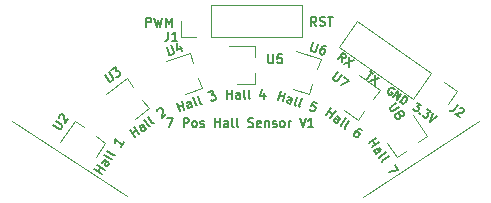
<source format=gbr>
G04 #@! TF.GenerationSoftware,KiCad,Pcbnew,(5.1.5)-3*
G04 #@! TF.CreationDate,2021-01-30T14:55:34-06:00*
G04 #@! TF.ProjectId,HallSensorSMD,48616c6c-5365-46e7-936f-72534d442e6b,rev?*
G04 #@! TF.SameCoordinates,Original*
G04 #@! TF.FileFunction,Legend,Top*
G04 #@! TF.FilePolarity,Positive*
%FSLAX46Y46*%
G04 Gerber Fmt 4.6, Leading zero omitted, Abs format (unit mm)*
G04 Created by KiCad (PCBNEW (5.1.5)-3) date 2021-01-30 14:55:34*
%MOMM*%
%LPD*%
G04 APERTURE LIST*
%ADD10C,0.120000*%
%ADD11C,0.139700*%
%ADD12C,0.133350*%
G04 APERTURE END LIST*
D10*
X119950000Y-63100000D02*
X110250000Y-56750000D01*
X139900000Y-63200000D02*
X149750000Y-56750000D01*
D11*
X123360542Y-56478714D02*
X123868542Y-56478714D01*
X123541971Y-57240714D01*
X124739400Y-57240714D02*
X124739400Y-56478714D01*
X125029685Y-56478714D01*
X125102257Y-56515000D01*
X125138542Y-56551285D01*
X125174828Y-56623857D01*
X125174828Y-56732714D01*
X125138542Y-56805285D01*
X125102257Y-56841571D01*
X125029685Y-56877857D01*
X124739400Y-56877857D01*
X125610257Y-57240714D02*
X125537685Y-57204428D01*
X125501400Y-57168142D01*
X125465114Y-57095571D01*
X125465114Y-56877857D01*
X125501400Y-56805285D01*
X125537685Y-56769000D01*
X125610257Y-56732714D01*
X125719114Y-56732714D01*
X125791685Y-56769000D01*
X125827971Y-56805285D01*
X125864257Y-56877857D01*
X125864257Y-57095571D01*
X125827971Y-57168142D01*
X125791685Y-57204428D01*
X125719114Y-57240714D01*
X125610257Y-57240714D01*
X126154542Y-57204428D02*
X126227114Y-57240714D01*
X126372257Y-57240714D01*
X126444828Y-57204428D01*
X126481114Y-57131857D01*
X126481114Y-57095571D01*
X126444828Y-57023000D01*
X126372257Y-56986714D01*
X126263400Y-56986714D01*
X126190828Y-56950428D01*
X126154542Y-56877857D01*
X126154542Y-56841571D01*
X126190828Y-56769000D01*
X126263400Y-56732714D01*
X126372257Y-56732714D01*
X126444828Y-56769000D01*
X127388257Y-57240714D02*
X127388257Y-56478714D01*
X127388257Y-56841571D02*
X127823685Y-56841571D01*
X127823685Y-57240714D02*
X127823685Y-56478714D01*
X128513114Y-57240714D02*
X128513114Y-56841571D01*
X128476828Y-56769000D01*
X128404257Y-56732714D01*
X128259114Y-56732714D01*
X128186542Y-56769000D01*
X128513114Y-57204428D02*
X128440542Y-57240714D01*
X128259114Y-57240714D01*
X128186542Y-57204428D01*
X128150257Y-57131857D01*
X128150257Y-57059285D01*
X128186542Y-56986714D01*
X128259114Y-56950428D01*
X128440542Y-56950428D01*
X128513114Y-56914142D01*
X128984828Y-57240714D02*
X128912257Y-57204428D01*
X128875971Y-57131857D01*
X128875971Y-56478714D01*
X129383971Y-57240714D02*
X129311400Y-57204428D01*
X129275114Y-57131857D01*
X129275114Y-56478714D01*
X130218542Y-57204428D02*
X130327400Y-57240714D01*
X130508828Y-57240714D01*
X130581400Y-57204428D01*
X130617685Y-57168142D01*
X130653971Y-57095571D01*
X130653971Y-57023000D01*
X130617685Y-56950428D01*
X130581400Y-56914142D01*
X130508828Y-56877857D01*
X130363685Y-56841571D01*
X130291114Y-56805285D01*
X130254828Y-56769000D01*
X130218542Y-56696428D01*
X130218542Y-56623857D01*
X130254828Y-56551285D01*
X130291114Y-56515000D01*
X130363685Y-56478714D01*
X130545114Y-56478714D01*
X130653971Y-56515000D01*
X131270828Y-57204428D02*
X131198257Y-57240714D01*
X131053114Y-57240714D01*
X130980542Y-57204428D01*
X130944257Y-57131857D01*
X130944257Y-56841571D01*
X130980542Y-56769000D01*
X131053114Y-56732714D01*
X131198257Y-56732714D01*
X131270828Y-56769000D01*
X131307114Y-56841571D01*
X131307114Y-56914142D01*
X130944257Y-56986714D01*
X131633685Y-56732714D02*
X131633685Y-57240714D01*
X131633685Y-56805285D02*
X131669971Y-56769000D01*
X131742542Y-56732714D01*
X131851400Y-56732714D01*
X131923971Y-56769000D01*
X131960257Y-56841571D01*
X131960257Y-57240714D01*
X132286828Y-57204428D02*
X132359400Y-57240714D01*
X132504542Y-57240714D01*
X132577114Y-57204428D01*
X132613400Y-57131857D01*
X132613400Y-57095571D01*
X132577114Y-57023000D01*
X132504542Y-56986714D01*
X132395685Y-56986714D01*
X132323114Y-56950428D01*
X132286828Y-56877857D01*
X132286828Y-56841571D01*
X132323114Y-56769000D01*
X132395685Y-56732714D01*
X132504542Y-56732714D01*
X132577114Y-56769000D01*
X133048828Y-57240714D02*
X132976257Y-57204428D01*
X132939971Y-57168142D01*
X132903685Y-57095571D01*
X132903685Y-56877857D01*
X132939971Y-56805285D01*
X132976257Y-56769000D01*
X133048828Y-56732714D01*
X133157685Y-56732714D01*
X133230257Y-56769000D01*
X133266542Y-56805285D01*
X133302828Y-56877857D01*
X133302828Y-57095571D01*
X133266542Y-57168142D01*
X133230257Y-57204428D01*
X133157685Y-57240714D01*
X133048828Y-57240714D01*
X133629400Y-57240714D02*
X133629400Y-56732714D01*
X133629400Y-56877857D02*
X133665685Y-56805285D01*
X133701971Y-56769000D01*
X133774542Y-56732714D01*
X133847114Y-56732714D01*
X134572828Y-56478714D02*
X134826828Y-57240714D01*
X135080828Y-56478714D01*
X135733971Y-57240714D02*
X135298542Y-57240714D01*
X135516257Y-57240714D02*
X135516257Y-56478714D01*
X135443685Y-56587571D01*
X135371114Y-56660142D01*
X135298542Y-56696428D01*
D12*
X138178422Y-51738576D02*
X138178478Y-51339945D01*
X137857408Y-51513799D02*
X138250767Y-50952025D01*
X138464776Y-51101876D01*
X138499547Y-51166090D01*
X138507567Y-51211572D01*
X138496856Y-51283806D01*
X138440662Y-51364059D01*
X138376448Y-51398830D01*
X138330965Y-51406850D01*
X138258731Y-51396139D01*
X138044722Y-51246288D01*
X138759039Y-51307921D02*
X138740197Y-52131935D01*
X139133556Y-51570160D02*
X138365681Y-51869695D01*
X140497392Y-52502659D02*
X140818406Y-52727436D01*
X140264540Y-53176822D02*
X140657899Y-52615047D01*
X140952161Y-52821092D02*
X140933319Y-53645106D01*
X141326678Y-53083332D02*
X140558803Y-53382867D01*
X142607228Y-54040914D02*
X142573745Y-53979078D01*
X142496464Y-53924965D01*
X142401145Y-53896613D01*
X142313549Y-53912058D01*
X142251714Y-53945541D01*
X142153803Y-54030545D01*
X142099690Y-54107827D01*
X142053300Y-54228906D01*
X142042985Y-54298464D01*
X142058431Y-54386060D01*
X142117674Y-54465933D01*
X142169195Y-54502008D01*
X142264514Y-54530361D01*
X142308312Y-54522638D01*
X142434575Y-54342315D01*
X142331533Y-54270165D01*
X142504080Y-54736497D02*
X142882870Y-54195529D01*
X142813204Y-54952949D01*
X143191994Y-54411981D01*
X143070808Y-55133325D02*
X143449598Y-54592357D01*
X143578400Y-54682545D01*
X143637644Y-54762418D01*
X143653089Y-54850014D01*
X143642774Y-54919573D01*
X143596384Y-55040652D01*
X143542271Y-55117933D01*
X143444361Y-55202937D01*
X143382525Y-55236420D01*
X143294929Y-55251865D01*
X143199610Y-55223513D01*
X143070808Y-55133325D01*
X144526124Y-55161689D02*
X144873889Y-55405196D01*
X144536780Y-55488086D01*
X144617034Y-55544280D01*
X144651805Y-55608494D01*
X144659824Y-55653977D01*
X144649113Y-55726210D01*
X144555456Y-55859966D01*
X144491242Y-55894737D01*
X144445760Y-55902757D01*
X144373526Y-55892045D01*
X144213019Y-55779657D01*
X144178248Y-55715443D01*
X144170228Y-55669961D01*
X144758754Y-56082051D02*
X144766774Y-56127533D01*
X144721291Y-56135553D01*
X144713271Y-56090071D01*
X144758754Y-56082051D01*
X144721291Y-56135553D01*
X145328659Y-55723630D02*
X145676424Y-55967138D01*
X145339315Y-56050027D01*
X145419569Y-56106221D01*
X145454340Y-56170435D01*
X145462359Y-56215918D01*
X145451648Y-56288151D01*
X145357991Y-56421907D01*
X145293777Y-56456678D01*
X145248295Y-56464698D01*
X145176061Y-56453987D01*
X145015554Y-56341598D01*
X144980783Y-56277384D01*
X144972763Y-56231902D01*
X145836931Y-56079526D02*
X145630831Y-56772420D01*
X146211448Y-56341765D01*
D11*
X135993414Y-48668214D02*
X135739414Y-48305357D01*
X135557985Y-48668214D02*
X135557985Y-47906214D01*
X135848271Y-47906214D01*
X135920842Y-47942500D01*
X135957128Y-47978785D01*
X135993414Y-48051357D01*
X135993414Y-48160214D01*
X135957128Y-48232785D01*
X135920842Y-48269071D01*
X135848271Y-48305357D01*
X135557985Y-48305357D01*
X136283700Y-48631928D02*
X136392557Y-48668214D01*
X136573985Y-48668214D01*
X136646557Y-48631928D01*
X136682842Y-48595642D01*
X136719128Y-48523071D01*
X136719128Y-48450500D01*
X136682842Y-48377928D01*
X136646557Y-48341642D01*
X136573985Y-48305357D01*
X136428842Y-48269071D01*
X136356271Y-48232785D01*
X136319985Y-48196500D01*
X136283700Y-48123928D01*
X136283700Y-48051357D01*
X136319985Y-47978785D01*
X136356271Y-47942500D01*
X136428842Y-47906214D01*
X136610271Y-47906214D01*
X136719128Y-47942500D01*
X136936842Y-47906214D02*
X137372271Y-47906214D01*
X137154557Y-48668214D02*
X137154557Y-47906214D01*
X121586171Y-48731714D02*
X121586171Y-47969714D01*
X121876457Y-47969714D01*
X121949028Y-48006000D01*
X121985314Y-48042285D01*
X122021600Y-48114857D01*
X122021600Y-48223714D01*
X121985314Y-48296285D01*
X121949028Y-48332571D01*
X121876457Y-48368857D01*
X121586171Y-48368857D01*
X122275600Y-47969714D02*
X122457028Y-48731714D01*
X122602171Y-48187428D01*
X122747314Y-48731714D01*
X122928742Y-47969714D01*
X123219028Y-48731714D02*
X123219028Y-47969714D01*
X123473028Y-48514000D01*
X123727028Y-47969714D01*
X123727028Y-48731714D01*
D10*
X147852329Y-54173384D02*
X147089472Y-55262857D01*
X146762857Y-53410528D02*
X147852329Y-54173384D01*
X145722534Y-52682086D02*
X144196820Y-54861030D01*
X144196820Y-54861030D02*
X137905733Y-50455963D01*
X145722534Y-52682086D02*
X139431446Y-48277019D01*
X139431446Y-48277019D02*
X137905733Y-50455963D01*
X134768900Y-49580000D02*
X134768900Y-46920000D01*
X127088900Y-49580000D02*
X134768900Y-49580000D01*
X127088900Y-46920000D02*
X134768900Y-46920000D01*
X127088900Y-49580000D02*
X127088900Y-46920000D01*
X125818900Y-49580000D02*
X124488900Y-49580000D01*
X124488900Y-49580000D02*
X124488900Y-48250000D01*
X118125678Y-58551295D02*
X117288257Y-59747257D01*
X115537158Y-56738794D02*
X114298233Y-58508162D01*
X115537158Y-56738794D02*
X116298969Y-57272220D01*
X118125678Y-58551295D02*
X117363867Y-58017869D01*
X121807051Y-55669329D02*
X121253866Y-54921742D01*
X119927411Y-53129141D02*
X120480596Y-53876728D01*
X119927411Y-53129141D02*
X118191080Y-54413958D01*
X121807051Y-55669329D02*
X120633420Y-56537770D01*
X126267950Y-53960116D02*
X124879407Y-54411281D01*
X125291456Y-50954778D02*
X123237174Y-51622254D01*
X125291456Y-50954778D02*
X125578842Y-51839260D01*
X126267950Y-53960116D02*
X125980564Y-53075634D01*
X130760000Y-53580000D02*
X129300000Y-53580000D01*
X130760000Y-50420000D02*
X128600000Y-50420000D01*
X130760000Y-50420000D02*
X130760000Y-51350000D01*
X130760000Y-53580000D02*
X130760000Y-52650000D01*
X135362556Y-54467922D02*
X135649942Y-53583440D01*
X136339050Y-51462584D02*
X136051664Y-52347066D01*
X136339050Y-51462584D02*
X134284768Y-50795107D01*
X135362556Y-54467922D02*
X133974014Y-54016757D01*
X139472711Y-56636959D02*
X140025896Y-55889372D01*
X141352351Y-54096771D02*
X140799166Y-54844358D01*
X141352351Y-54096771D02*
X139616020Y-52811954D01*
X139472711Y-56636959D02*
X138299080Y-55768518D01*
X142804058Y-59809106D02*
X141966636Y-58613144D01*
X145392578Y-57996605D02*
X144153653Y-56227236D01*
X145392578Y-57996605D02*
X144630767Y-58530031D01*
X142804058Y-59809106D02*
X143565869Y-59275680D01*
D11*
X147939904Y-55348924D02*
X147627715Y-55794776D01*
X147535553Y-55863134D01*
X147434481Y-55880956D01*
X147324498Y-55848242D01*
X147265051Y-55806616D01*
X148165791Y-55595684D02*
X148216327Y-55586773D01*
X148296586Y-55598675D01*
X148445204Y-55702738D01*
X148483838Y-55774087D01*
X148492749Y-55824623D01*
X148480847Y-55904883D01*
X148439222Y-55964330D01*
X148347061Y-56032688D01*
X147740627Y-56139619D01*
X148127033Y-56410183D01*
X123444000Y-49166214D02*
X123444000Y-49710500D01*
X123407714Y-49819357D01*
X123335142Y-49891928D01*
X123226285Y-49928214D01*
X123153714Y-49928214D01*
X124206000Y-49928214D02*
X123770571Y-49928214D01*
X123988285Y-49928214D02*
X123988285Y-49166214D01*
X123915714Y-49275071D01*
X123843142Y-49347642D01*
X123770571Y-49383928D01*
X113672797Y-57069890D02*
X114178097Y-57423704D01*
X114258356Y-57435606D01*
X114308893Y-57426695D01*
X114380241Y-57388061D01*
X114463492Y-57269167D01*
X114475394Y-57188907D01*
X114466483Y-57138371D01*
X114427848Y-57067022D01*
X113922549Y-56713207D01*
X114169309Y-56487321D02*
X114160398Y-56436785D01*
X114172300Y-56356525D01*
X114276363Y-56207908D01*
X114347712Y-56169273D01*
X114398248Y-56160362D01*
X114478508Y-56172264D01*
X114537955Y-56213889D01*
X114606313Y-56306051D01*
X114713243Y-56912484D01*
X114983808Y-56526079D01*
X117799591Y-61221957D02*
X117175397Y-60784892D01*
X117472632Y-60993018D02*
X117722384Y-60636336D01*
X118049342Y-60865275D02*
X117425149Y-60428210D01*
X118444782Y-60300528D02*
X118117824Y-60071589D01*
X118037564Y-60059687D01*
X117966215Y-60098322D01*
X117882965Y-60217216D01*
X117871063Y-60297475D01*
X118415059Y-60279715D02*
X118403157Y-60359975D01*
X118299094Y-60508593D01*
X118227745Y-60547227D01*
X118147486Y-60535325D01*
X118088039Y-60493700D01*
X118049404Y-60422351D01*
X118061306Y-60342092D01*
X118165369Y-60193474D01*
X118177271Y-60113214D01*
X118715347Y-59914122D02*
X118643998Y-59952757D01*
X118563738Y-59940855D01*
X118028715Y-59566228D01*
X118944286Y-59587164D02*
X118872937Y-59625798D01*
X118792677Y-59613896D01*
X118257654Y-59239269D01*
X119672728Y-58546840D02*
X119422976Y-58903523D01*
X119547852Y-58725182D02*
X118923658Y-58288116D01*
X118971203Y-58410001D01*
X118989025Y-58511074D01*
X118977123Y-58591333D01*
X118054335Y-52851557D02*
X118421256Y-53347421D01*
X118493591Y-53384175D01*
X118544344Y-53391760D01*
X118624264Y-53377761D01*
X118740938Y-53291427D01*
X118777692Y-53219091D01*
X118785277Y-53168339D01*
X118771278Y-53088419D01*
X118404357Y-52592554D01*
X118637706Y-52419885D02*
X119016896Y-52139299D01*
X118985385Y-52523732D01*
X119072891Y-52458981D01*
X119152811Y-52444983D01*
X119203563Y-52452568D01*
X119275899Y-52489321D01*
X119383817Y-52635164D01*
X119397816Y-52715084D01*
X119390231Y-52765836D01*
X119353477Y-52838172D01*
X119178466Y-52967673D01*
X119098545Y-52981672D01*
X119047793Y-52974087D01*
X120650401Y-58098511D02*
X120197146Y-57485972D01*
X120412982Y-57777658D02*
X120763004Y-57518655D01*
X121000424Y-57839508D02*
X120547169Y-57226970D01*
X121554625Y-57429421D02*
X121317206Y-57108567D01*
X121244870Y-57071813D01*
X121164950Y-57085812D01*
X121048276Y-57172146D01*
X121011522Y-57244482D01*
X121533042Y-57400252D02*
X121496288Y-57472588D01*
X121350446Y-57580506D01*
X121270525Y-57594504D01*
X121198189Y-57557751D01*
X121155022Y-57499414D01*
X121141024Y-57419493D01*
X121177777Y-57347157D01*
X121323620Y-57239240D01*
X121360373Y-57166904D01*
X121933816Y-57148834D02*
X121853896Y-57162833D01*
X121781560Y-57126079D01*
X121393056Y-56601046D01*
X122254670Y-56911415D02*
X122174749Y-56925414D01*
X122102414Y-56888660D01*
X121713909Y-56363627D01*
X122515458Y-55860791D02*
X122523043Y-55810039D01*
X122559796Y-55737703D01*
X122705639Y-55629785D01*
X122785560Y-55615787D01*
X122836312Y-55623372D01*
X122908647Y-55660125D01*
X122951815Y-55718462D01*
X122987397Y-55827551D01*
X122896377Y-56436576D01*
X123275568Y-56155990D01*
X123296295Y-50455544D02*
X123486914Y-51042210D01*
X123543850Y-51100016D01*
X123589572Y-51123313D01*
X123669805Y-51135397D01*
X123807844Y-51090545D01*
X123865651Y-51033610D01*
X123888947Y-50987887D01*
X123901031Y-50907655D01*
X123710412Y-50320989D01*
X124444588Y-50349512D02*
X124601569Y-50832649D01*
X124182336Y-50129498D02*
X124177981Y-50703209D01*
X124626608Y-50557442D01*
X124400280Y-55896757D02*
X124164809Y-55172052D01*
X124276938Y-55517150D02*
X124691055Y-55382595D01*
X124814397Y-55762203D02*
X124578926Y-55037498D01*
X125470082Y-55549157D02*
X125346740Y-55169550D01*
X125289805Y-55111743D01*
X125209572Y-55099659D01*
X125071533Y-55144511D01*
X125013727Y-55201447D01*
X125458869Y-55514648D02*
X125401063Y-55571583D01*
X125228514Y-55627648D01*
X125148281Y-55615564D01*
X125091346Y-55557757D01*
X125068920Y-55488738D01*
X125081004Y-55408505D01*
X125138811Y-55351570D01*
X125311359Y-55295505D01*
X125369166Y-55238570D01*
X125918709Y-55403390D02*
X125838477Y-55391306D01*
X125781541Y-55333499D01*
X125579709Y-54712323D01*
X126298317Y-55280048D02*
X126218084Y-55267964D01*
X126161149Y-55210157D01*
X125959316Y-54588981D01*
X126822060Y-54308659D02*
X127270687Y-54162891D01*
X127118822Y-54517460D01*
X127222352Y-54483821D01*
X127302584Y-54495905D01*
X127348307Y-54519202D01*
X127405242Y-54577008D01*
X127461307Y-54749557D01*
X127449223Y-54829790D01*
X127425926Y-54875512D01*
X127368119Y-54932448D01*
X127161061Y-54999725D01*
X127080828Y-54987641D01*
X127035106Y-54964344D01*
X131918528Y-51081214D02*
X131918528Y-51698071D01*
X131954814Y-51770642D01*
X131991100Y-51806928D01*
X132063671Y-51843214D01*
X132208814Y-51843214D01*
X132281385Y-51806928D01*
X132317671Y-51770642D01*
X132353957Y-51698071D01*
X132353957Y-51081214D01*
X133079671Y-51081214D02*
X132716814Y-51081214D01*
X132680528Y-51444071D01*
X132716814Y-51407785D01*
X132789385Y-51371500D01*
X132970814Y-51371500D01*
X133043385Y-51407785D01*
X133079671Y-51444071D01*
X133115957Y-51516642D01*
X133115957Y-51698071D01*
X133079671Y-51770642D01*
X133043385Y-51806928D01*
X132970814Y-51843214D01*
X132789385Y-51843214D01*
X132716814Y-51806928D01*
X132680528Y-51770642D01*
X128385285Y-54844714D02*
X128385285Y-54082714D01*
X128385285Y-54445571D02*
X128820714Y-54445571D01*
X128820714Y-54844714D02*
X128820714Y-54082714D01*
X129510142Y-54844714D02*
X129510142Y-54445571D01*
X129473857Y-54373000D01*
X129401285Y-54336714D01*
X129256142Y-54336714D01*
X129183571Y-54373000D01*
X129510142Y-54808428D02*
X129437571Y-54844714D01*
X129256142Y-54844714D01*
X129183571Y-54808428D01*
X129147285Y-54735857D01*
X129147285Y-54663285D01*
X129183571Y-54590714D01*
X129256142Y-54554428D01*
X129437571Y-54554428D01*
X129510142Y-54518142D01*
X129981857Y-54844714D02*
X129909285Y-54808428D01*
X129873000Y-54735857D01*
X129873000Y-54082714D01*
X130381000Y-54844714D02*
X130308428Y-54808428D01*
X130272142Y-54735857D01*
X130272142Y-54082714D01*
X131578428Y-54336714D02*
X131578428Y-54844714D01*
X131397000Y-54046428D02*
X131215571Y-54590714D01*
X131687285Y-54590714D01*
X135720792Y-50058631D02*
X135530172Y-50645297D01*
X135542256Y-50725529D01*
X135565553Y-50771252D01*
X135623360Y-50828187D01*
X135761399Y-50873039D01*
X135841631Y-50860955D01*
X135887354Y-50837658D01*
X135944289Y-50779852D01*
X136134909Y-50193186D01*
X136790594Y-50406231D02*
X136652555Y-50361379D01*
X136572323Y-50373463D01*
X136526600Y-50396760D01*
X136423942Y-50477863D01*
X136344581Y-50604690D01*
X136254877Y-50880768D01*
X136266961Y-50961000D01*
X136290258Y-51006723D01*
X136348065Y-51063658D01*
X136486104Y-51108510D01*
X136566336Y-51096426D01*
X136612059Y-51073129D01*
X136668995Y-51015323D01*
X136725059Y-50842774D01*
X136712975Y-50762541D01*
X136689678Y-50716819D01*
X136631872Y-50659883D01*
X136493833Y-50615031D01*
X136413600Y-50627115D01*
X136367877Y-50650412D01*
X136310942Y-50708219D01*
X132713250Y-54936909D02*
X132948721Y-54212204D01*
X132836592Y-54557302D02*
X133250709Y-54691857D01*
X133127368Y-55071464D02*
X133362839Y-54346759D01*
X133783053Y-55284509D02*
X133906395Y-54904902D01*
X133894311Y-54824669D01*
X133836504Y-54767734D01*
X133698465Y-54722882D01*
X133618233Y-54734966D01*
X133794266Y-55249999D02*
X133714034Y-55262083D01*
X133541485Y-55206019D01*
X133483678Y-55149083D01*
X133471594Y-55068851D01*
X133494020Y-54999831D01*
X133550956Y-54942025D01*
X133631188Y-54929941D01*
X133803737Y-54986005D01*
X133883969Y-54973921D01*
X134231680Y-55430277D02*
X134173873Y-55373341D01*
X134161789Y-55293109D01*
X134363622Y-54671933D01*
X134611287Y-55553619D02*
X134553481Y-55496683D01*
X134541397Y-55416451D01*
X134743229Y-54795275D01*
X136020090Y-55210152D02*
X135674993Y-55098023D01*
X135528354Y-55431908D01*
X135574077Y-55408611D01*
X135654309Y-55396527D01*
X135826858Y-55452592D01*
X135884665Y-55509527D01*
X135907961Y-55555250D01*
X135920045Y-55635482D01*
X135863981Y-55808031D01*
X135807045Y-55865838D01*
X135761323Y-55889135D01*
X135681090Y-55901219D01*
X135508541Y-55845154D01*
X135450735Y-55788219D01*
X135427438Y-55742496D01*
X137781514Y-52569224D02*
X137414594Y-53065089D01*
X137400595Y-53145010D01*
X137408180Y-53195762D01*
X137444933Y-53268098D01*
X137561607Y-53354432D01*
X137641528Y-53368431D01*
X137692280Y-53360846D01*
X137764616Y-53324092D01*
X138131536Y-52828227D01*
X138364885Y-53000896D02*
X138773244Y-53303066D01*
X138057472Y-53721353D01*
X136811499Y-56241074D02*
X137264754Y-55628535D01*
X137048919Y-55920220D02*
X137398941Y-56179223D01*
X137161522Y-56500076D02*
X137614777Y-55887538D01*
X137715724Y-56910164D02*
X137953143Y-56589311D01*
X137967141Y-56509390D01*
X137930388Y-56437054D01*
X137813714Y-56350720D01*
X137733793Y-56336721D01*
X137737307Y-56880996D02*
X137657387Y-56866997D01*
X137511544Y-56759079D01*
X137474790Y-56686744D01*
X137488789Y-56606823D01*
X137531956Y-56548486D01*
X137604292Y-56511732D01*
X137684212Y-56525731D01*
X137830055Y-56633649D01*
X137909976Y-56647648D01*
X138094914Y-57190751D02*
X138058161Y-57118415D01*
X138072159Y-57038494D01*
X138460664Y-56513461D01*
X138415768Y-57428170D02*
X138379015Y-57355834D01*
X138393013Y-57275914D01*
X138781517Y-56750880D01*
X139831584Y-57527889D02*
X139714910Y-57441555D01*
X139634989Y-57427556D01*
X139584237Y-57435141D01*
X139461150Y-57479479D01*
X139345647Y-57574570D01*
X139172978Y-57807918D01*
X139158980Y-57887839D01*
X139166565Y-57938591D01*
X139203318Y-58010926D01*
X139319992Y-58097261D01*
X139399913Y-58111259D01*
X139450665Y-58103674D01*
X139523001Y-58066921D01*
X139630918Y-57921078D01*
X139644917Y-57841158D01*
X139637332Y-57790405D01*
X139600579Y-57718070D01*
X139483905Y-57631736D01*
X139403984Y-57617737D01*
X139353232Y-57625322D01*
X139280896Y-57662075D01*
X142768818Y-55195078D02*
X142263518Y-55548893D01*
X142224884Y-55620241D01*
X142215973Y-55670778D01*
X142227875Y-55751037D01*
X142311125Y-55869931D01*
X142382474Y-55908566D01*
X142433010Y-55917477D01*
X142513270Y-55905575D01*
X143018569Y-55551760D01*
X143021622Y-56125480D02*
X143009720Y-56045220D01*
X143018631Y-55994684D01*
X143057266Y-55923335D01*
X143086989Y-55902522D01*
X143167249Y-55890621D01*
X143217785Y-55899531D01*
X143289134Y-55938166D01*
X143372384Y-56057060D01*
X143384286Y-56137320D01*
X143375375Y-56187856D01*
X143336741Y-56259205D01*
X143307017Y-56280017D01*
X143226757Y-56291919D01*
X143176221Y-56283008D01*
X143104872Y-56244374D01*
X143021622Y-56125480D01*
X142950273Y-56086845D01*
X142899737Y-56077934D01*
X142819477Y-56089836D01*
X142700583Y-56173087D01*
X142661949Y-56244435D01*
X142653038Y-56294971D01*
X142664940Y-56375231D01*
X142748190Y-56494125D01*
X142819539Y-56532760D01*
X142870075Y-56541671D01*
X142950335Y-56529769D01*
X143069229Y-56446518D01*
X143107863Y-56375169D01*
X143116774Y-56324633D01*
X143104872Y-56244374D01*
X140405984Y-58589264D02*
X141030178Y-58152199D01*
X140732943Y-58360325D02*
X140982694Y-58717007D01*
X140655736Y-58945946D02*
X141279929Y-58508881D01*
X141051176Y-59510693D02*
X141378134Y-59281754D01*
X141416769Y-59210405D01*
X141404867Y-59130146D01*
X141321616Y-59011252D01*
X141250268Y-58972617D01*
X141080899Y-59489880D02*
X141009550Y-59451246D01*
X140905487Y-59302628D01*
X140893585Y-59222369D01*
X140932220Y-59151020D01*
X140991667Y-59109395D01*
X141071927Y-59097493D01*
X141143275Y-59136127D01*
X141247338Y-59284745D01*
X141318687Y-59323379D01*
X141321740Y-59897099D02*
X141309838Y-59816839D01*
X141348472Y-59745490D01*
X141883496Y-59370863D01*
X141550679Y-60224057D02*
X141538777Y-60143798D01*
X141577411Y-60072449D01*
X142112435Y-59697822D01*
X142632750Y-60440910D02*
X142924127Y-60857039D01*
X142112620Y-61026592D01*
M02*

</source>
